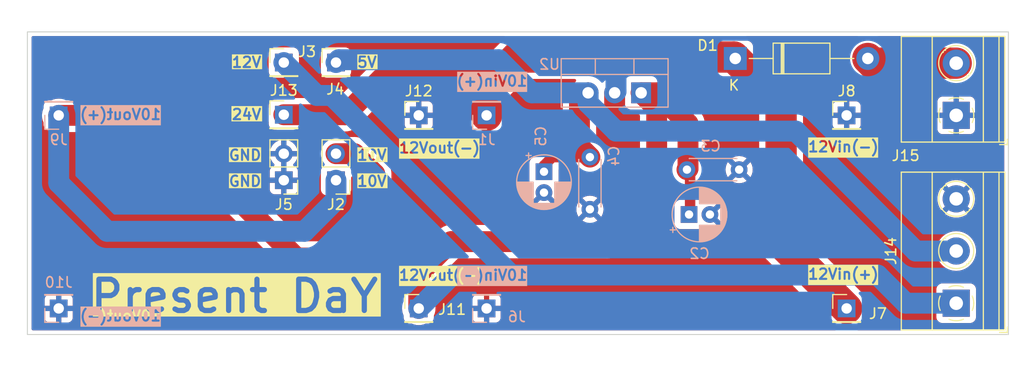
<source format=kicad_pcb>
(kicad_pcb (version 20221018) (generator pcbnew)
  (layers (0 "F.Cu" signal) (31 "B.Cu" signal) (34 "B.Paste" user) (35 "F.Paste" user) (36 "B.SilkS" user "B.Silkscreen") (37 "F.SilkS" user "F.Silkscreen") (38 "B.Mask" user) (39 "F.Mask" user) (44 "Edge.Cuts" user))
  (net 0 "")
  (net 1 "+12V")
  (net 2 "GND")
  (net 3 "+5V")
  (net 4 "+24V")
  (net 5 "/24Vin")
  (net 6 "+10V")
  (footprint "Connector_PinHeader_2.54mm:PinHeader_1x02_P2.54mm_Vertical" (layer "F.Cu") (at 45.57 41.215 180)
    (fp_text reference "J5" (at 0 -2.33) (layer "F.SilkS"))
    (fp_text value "GND_Conn_01x02")
    (fp_line (start -1.33 -1.33) (end 0 -1.33) (stroke (width 0.12)) (layer "F.SilkS"))
    (fp_line (start -1.33 0) (end -1.33 -1.33) (stroke (width 0.12)) (layer "F.SilkS"))
    (fp_line (start -1.33 1.27) (end -1.33 3.87) (stroke (width 0.12)) (layer "F.SilkS"))
    (fp_line (start -1.33 1.27) (end 1.33 1.27) (stroke (width 0.12)) (layer "F.SilkS"))
    (fp_line (start -1.33 3.87) (end 1.33 3.87) (stroke (width 0.12)) (layer "F.SilkS"))
    (fp_line (start 1.33 1.27) (end 1.33 3.87) (stroke (width 0.12)) (layer "F.SilkS"))
    (pad "1" thru_hole rect (at 0 0 180) (size 1.7 1.7) (drill 1) (layers "*.Cu" "*.Mask") (net 2 "GND"))
    (pad "2" thru_hole oval (at 0 2.54 180) (size 1.7 1.7) (drill 1) (layers "*.Cu" "*.Mask") (net 2 "GND"))
  )
  (footprint "Connector_PinHeader_2.54mm:PinHeader_1x01_P2.54mm_Vertical" (layer "F.Cu") (at 45.57 29.94)
    (fp_text reference "J3" (at 2.23 -1.04) (layer "F.SilkS"))
    (fp_text value "12Vin_Conn_01x01")
    (fp_line (start -1.33 -1.33) (end 0 -1.33) (stroke (width 0.12)) (layer "F.SilkS"))
    (fp_line (start -1.33 0) (end -1.33 -1.33) (stroke (width 0.12)) (layer "F.SilkS"))
    (fp_line (start -1.33 1.27) (end -1.33 1.33) (stroke (width 0.12)) (layer "F.SilkS"))
    (fp_line (start -1.33 1.27) (end 1.33 1.27) (stroke (width 0.12)) (layer "F.SilkS"))
    (fp_line (start -1.33 1.33) (end 1.33 1.33) (stroke (width 0.12)) (layer "F.SilkS"))
    (fp_line (start 1.33 1.27) (end 1.33 1.33) (stroke (width 0.12)) (layer "F.SilkS"))
    (pad "1" thru_hole rect (at 0 0) (size 1.7 1.7) (drill 1) (layers "*.Cu" "*.Mask") (net 1 "+12V"))
  )
  (footprint "TerminalBlock_Phoenix:TerminalBlock_Phoenix_MKDS-1,5-3_1x03_P5.00mm_Horizontal" (layer "F.Cu") (at 110 53 90)
    (fp_text reference "J14" (at 5 -6.26 90) (layer "F.SilkS"))
    (fp_text value "outputs_Screw_Terminal_01x03")
    (fp_line (start -2.8 4.16) (end -2.8 4.9) (stroke (width 0.12)) (layer "F.SilkS"))
    (fp_line (start -2.8 4.9) (end -2.3 4.9) (stroke (width 0.12)) (layer "F.SilkS"))
    (fp_line (start -2.56 -5.261) (end -2.56 4.66) (stroke (width 0.12)) (layer "F.SilkS"))
    (fp_line (start -2.56 -5.261) (end 12.56 -5.261) (stroke (width 0.12)) (layer "F.SilkS"))
    (fp_line (start -2.56 -2.301) (end 12.56 -2.301) (stroke (width 0.12)) (layer "F.SilkS"))
    (fp_line (start -2.56 2.6) (end 12.56 2.6) (stroke (width 0.12)) (layer "F.SilkS"))
    (fp_line (start -2.56 4.1) (end 12.56 4.1) (stroke (width 0.12)) (layer "F.SilkS"))
    (fp_line (start -2.56 4.66) (end 12.56 4.66) (stroke (width 0.12)) (layer "F.SilkS"))
    (fp_line (start 3.773 1.023) (end 3.726 1.069) (stroke (width 0.12)) (layer "F.SilkS"))
    (fp_line (start 3.966 1.239) (end 3.931 1.274) (stroke (width 0.12)) (layer "F.SilkS"))
    (fp_line (start 6.07 -1.275) (end 6.035 -1.239) (stroke (width 0.12)) (layer "F.SilkS"))
    (fp_line (start 6.275 -1.069) (end 6.228 -1.023) (stroke (width 0.12)) (layer "F.SilkS"))
    (fp_line (start 8.773 1.023) (end 8.726 1.069) (stroke (width 0.12)) (layer "F.SilkS"))
    (fp_line (start 8.966 1.239) (end 8.931 1.274) (stroke (width 0.12)) (layer "F.SilkS"))
    (fp_line (start 11.07 -1.275) (end 11.035 -1.239) (stroke (width 0.12)) (layer "F.SilkS"))
    (fp_line (start 11.275 -1.069) (end 11.228 -1.023) (stroke (width 0.12)) (layer "F.SilkS"))
    (fp_line (start 12.56 -5.261) (end 12.56 4.66) (stroke (width 0.12)) (layer "F.SilkS"))
    (fp_arc (start -1.535427 0.683042) (mid -1.680501 -0.000524) (end -1.535 -0.684) (stroke (width 0.12)) (layer "F.SilkS"))
    (fp_arc (start -0.683042 -1.535427) (mid 0.000524 -1.680501) (end 0.684 -1.535) (stroke (width 0.12)) (layer "F.SilkS"))
    (fp_arc (start 0.028805 1.680253) (mid -0.335551 1.646659) (end -0.684 1.535) (stroke (width 0.12)) (layer "F.SilkS"))
    (fp_arc (start 0.683318 1.534756) (mid 0.349292 1.643288) (end 0 1.68) (stroke (width 0.12)) (layer "F.SilkS"))
    (fp_arc (start 1.535427 -0.683042) (mid 1.680501 0.000524) (end 1.535 0.684) (stroke (width 0.12)) (layer "F.SilkS"))
    (fp_circle (center 5 0) (end 6.68 0) (stroke (width 0.12)) (fill none) (layer "F.SilkS"))
    (fp_circle (center 10 0) (end 11.68 0) (stroke (width 0.12)) (fill none) (layer "F.SilkS"))
    (pad "1" thru_hole rect (at 0 0 90) (size 2.6 2.6) (drill 1.3) (layers "*.Cu" "*.Mask") (net 1 "+12V"))
    (pad "2" thru_hole circle (at 5 0 90) (size 2.6 2.6) (drill 1.3) (layers "*.Cu" "*.Mask") (net 3 "+5V"))
    (pad "3" thru_hole circle (at 10 0 90) (size 2.6 2.6) (drill 1.3) (layers "*.Cu" "*.Mask") (net 2 "GND"))
  )
  (footprint "Diode_THT:D_DO-41_SOD81_P12.70mm_Horizontal" (layer "F.Cu") (at 88.83 29.55)
    (fp_text reference "D1" (at -2.66 -1.25) (layer "F.SilkS"))
    (fp_text value "1N5822")
    (fp_text user "K" (at -0.13 2.57) (layer "F.SilkS"))
    (fp_line (start 1.34 0) (end 3.63 0) (stroke (width 0.12)) (layer "F.SilkS"))
    (fp_line (start 3.63 -1.47) (end 3.63 1.47) (stroke (width 0.12)) (layer "F.SilkS"))
    (fp_line (start 3.63 1.47) (end 9.07 1.47) (stroke (width 0.12)) (layer "F.SilkS"))
    (fp_line (start 4.41 -1.47) (end 4.41 1.47) (stroke (width 0.12)) (layer "F.SilkS"))
    (fp_line (start 4.53 -1.47) (end 4.53 1.47) (stroke (width 0.12)) (layer "F.SilkS"))
    (fp_line (start 4.65 -1.47) (end 4.65 1.47) (stroke (width 0.12)) (layer "F.SilkS"))
    (fp_line (start 9.07 -1.47) (end 3.63 -1.47) (stroke (width 0.12)) (layer "F.SilkS"))
    (fp_line (start 9.07 1.47) (end 9.07 -1.47) (stroke (width 0.12)) (layer "F.SilkS"))
    (fp_line (start 11.36 0) (end 9.07 0) (stroke (width 0.12)) (layer "F.SilkS"))
    (pad "1" thru_hole rect (at 0 0) (size 2.2 2.2) (drill 1.1) (layers "*.Cu" "*.Mask") (net 4 "+24V"))
    (pad "2" thru_hole oval (at 12.7 0) (size 2.2 2.2) (drill 1.1) (layers "*.Cu" "*.Mask") (net 5 "/24Vin"))
  )
  (footprint "Connector_PinHeader_2.54mm:PinHeader_1x02_P2.54mm_Vertical" (layer "F.Cu") (at 50.57 41.215 180)
    (fp_text reference "J2" (at 0 -2.33) (layer "F.SilkS"))
    (fp_text value "10Vin_Conn_01x02")
    (fp_line (start -1.33 -1.33) (end 0 -1.33) (stroke (width 0.12)) (layer "F.SilkS"))
    (fp_line (start -1.33 0) (end -1.33 -1.33) (stroke (width 0.12)) (layer "F.SilkS"))
    (fp_line (start -1.33 1.27) (end -1.33 3.87) (stroke (width 0.12)) (layer "F.SilkS"))
    (fp_line (start -1.33 1.27) (end 1.33 1.27) (stroke (width 0.12)) (layer "F.SilkS"))
    (fp_line (start -1.33 3.87) (end 1.33 3.87) (stroke (width 0.12)) (layer "F.SilkS"))
    (fp_line (start 1.33 1.27) (end 1.33 3.87) (stroke (width 0.12)) (layer "F.SilkS"))
    (pad "1" thru_hole rect (at 0 0 180) (size 1.7 1.7) (drill 1) (layers "*.Cu" "*.Mask") (net 6 "+10V"))
    (pad "2" thru_hole oval (at 0 2.54 180) (size 1.7 1.7) (drill 1) (layers "*.Cu" "*.Mask") (net 6 "+10V"))
  )
  (footprint "Connector_PinHeader_2.54mm:PinHeader_1x01_P2.54mm_Vertical" (layer "F.Cu") (at 58.5 53.5)
    (fp_text reference "J11" (at 3.2 0.1) (layer "F.SilkS"))
    (fp_text value "(12V)OUTPUT+")
    (fp_line (start -1.33 -1.33) (end 0 -1.33) (stroke (width 0.12)) (layer "F.SilkS"))
    (fp_line (start -1.33 0) (end -1.33 -1.33) (stroke (width 0.12)) (layer "F.SilkS"))
    (fp_line (start -1.33 1.27) (end -1.33 1.33) (stroke (width 0.12)) (layer "F.SilkS"))
    (fp_line (start -1.33 1.27) (end 1.33 1.27) (stroke (width 0.12)) (layer "F.SilkS"))
    (fp_line (start -1.33 1.33) (end 1.33 1.33) (stroke (width 0.12)) (layer "F.SilkS"))
    (fp_line (start 1.33 1.27) (end 1.33 1.33) (stroke (width 0.12)) (layer "F.SilkS"))
    (pad "1" thru_hole rect (at 0 0) (size 1.7 1.7) (drill 1) (layers "*.Cu" "*.Mask") (net 1 "+12V"))
  )
  (footprint "Connector_PinHeader_2.54mm:PinHeader_1x01_P2.54mm_Vertical" (layer "F.Cu") (at 99.5 35)
    (fp_text reference "J8" (at 0 -2.33) (layer "F.SilkS"))
    (fp_text value "(12V)IN-")
    (fp_line (start -1.33 -1.33) (end 0 -1.33) (stroke (width 0.12)) (layer "F.SilkS"))
    (fp_line (start -1.33 0) (end -1.33 -1.33) (stroke (width 0.12)) (layer "F.SilkS"))
    (fp_line (start -1.33 1.27) (end -1.33 1.33) (stroke (width 0.12)) (layer "F.SilkS"))
    (fp_line (start -1.33 1.27) (end 1.33 1.27) (stroke (width 0.12)) (layer "F.SilkS"))
    (fp_line (start -1.33 1.33) (end 1.33 1.33) (stroke (width 0.12)) (layer "F.SilkS"))
    (fp_line (start 1.33 1.27) (end 1.33 1.33) (stroke (width 0.12)) (layer "F.SilkS"))
    (pad "1" thru_hole rect (at 0 0) (size 1.7 1.7) (drill 1) (layers "*.Cu" "*.Mask") (net 2 "GND"))
  )
  (footprint "Connector_PinHeader_2.54mm:PinHeader_1x01_P2.54mm_Vertical" (layer "F.Cu") (at 58.5 35)
    (fp_text reference "J12" (at 0 -2.33) (layer "F.SilkS"))
    (fp_text value "(12V)OUTPUT-")
    (fp_line (start -1.33 -1.33) (end 0 -1.33) (stroke (width 0.12)) (layer "F.SilkS"))
    (fp_line (start -1.33 0) (end -1.33 -1.33) (stroke (width 0.12)) (layer "F.SilkS"))
    (fp_line (start -1.33 1.27) (end -1.33 1.33) (stroke (width 0.12)) (layer "F.SilkS"))
    (fp_line (start -1.33 1.27) (end 1.33 1.27) (stroke (width 0.12)) (layer "F.SilkS"))
    (fp_line (start -1.33 1.33) (end 1.33 1.33) (stroke (width 0.12)) (layer "F.SilkS"))
    (fp_line (start 1.33 1.27) (end 1.33 1.33) (stroke (width 0.12)) (layer "F.SilkS"))
    (pad "1" thru_hole rect (at 0 0) (size 1.7 1.7) (drill 1) (layers "*.Cu" "*.Mask") (net 2 "GND"))
  )
  (footprint "Connector_PinHeader_2.54mm:PinHeader_1x01_P2.54mm_Vertical" (layer "F.Cu") (at 50.57 29.94)
    (fp_text reference "J4" (at -0.07 2.56) (layer "F.SilkS"))
    (fp_text value "5Vin_Conn_01x01")
    (fp_line (start -1.33 -1.33) (end 0 -1.33) (stroke (width 0.12)) (layer "F.SilkS"))
    (fp_line (start -1.33 0) (end -1.33 -1.33) (stroke (width 0.12)) (layer "F.SilkS"))
    (fp_line (start -1.33 1.27) (end -1.33 1.33) (stroke (width 0.12)) (layer "F.SilkS"))
    (fp_line (start -1.33 1.27) (end 1.33 1.27) (stroke (width 0.12)) (layer "F.SilkS"))
    (fp_line (start -1.33 1.33) (end 1.33 1.33) (stroke (width 0.12)) (layer "F.SilkS"))
    (fp_line (start 1.33 1.27) (end 1.33 1.33) (stroke (width 0.12)) (layer "F.SilkS"))
    (pad "1" thru_hole rect (at 0 0) (size 1.7 1.7) (drill 1) (layers "*.Cu" "*.Mask") (net 3 "+5V"))
  )
  (footprint "Connector_PinHeader_2.54mm:PinHeader_1x01_P2.54mm_Vertical" (layer "F.Cu") (at 45.57 34.94)
    (fp_text reference "J13" (at 0 -2.33) (layer "F.SilkS"))
    (fp_text value "24Vin_Conn_01x01")
    (fp_line (start -1.33 -1.33) (end 0 -1.33) (stroke (width 0.12)) (layer "F.SilkS"))
    (fp_line (start -1.33 0) (end -1.33 -1.33) (stroke (width 0.12)) (layer "F.SilkS"))
    (fp_line (start -1.33 1.27) (end -1.33 1.33) (stroke (width 0.12)) (layer "F.SilkS"))
    (fp_line (start -1.33 1.27) (end 1.33 1.27) (stroke (width 0.12)) (layer "F.SilkS"))
    (fp_line (start -1.33 1.33) (end 1.33 1.33) (stroke (width 0.12)) (layer "F.SilkS"))
    (fp_line (start 1.33 1.27) (end 1.33 1.33) (stroke (width 0.12)) (layer "F.SilkS"))
    (pad "1" thru_hole rect (at 0 0) (size 1.7 1.7) (drill 1) (layers "*.Cu" "*.Mask") (net 4 "+24V"))
  )
  (footprint "TerminalBlock_Phoenix:TerminalBlock_Phoenix_MKDS-1,5-2_1x02_P5.00mm_Horizontal" (layer "F.Cu") (at 110 35 90)
    (fp_text reference "J15" (at -3.862 -4.844 180) (layer "F.SilkS"))
    (fp_text value "Screw_Terminal_01x02")
    (fp_line (start -2.8 4.16) (end -2.8 4.9) (stroke (width 0.12)) (layer "F.SilkS"))
    (fp_line (start -2.8 4.9) (end -2.3 4.9) (stroke (width 0.12)) (layer "F.SilkS"))
    (fp_line (start -2.56 -5.261) (end -2.56 4.66) (stroke (width 0.12)) (layer "F.SilkS"))
    (fp_line (start -2.56 -5.261) (end 7.56 -5.261) (stroke (width 0.12)) (layer "F.SilkS"))
    (fp_line (start -2.56 -2.301) (end 7.56 -2.301) (stroke (width 0.12)) (layer "F.SilkS"))
    (fp_line (start -2.56 2.6) (end 7.56 2.6) (stroke (width 0.12)) (layer "F.SilkS"))
    (fp_line (start -2.56 4.1) (end 7.56 4.1) (stroke (width 0.12)) (layer "F.SilkS"))
    (fp_line (start -2.56 4.66) (end 7.56 4.66) (stroke (width 0.12)) (layer "F.SilkS"))
    (fp_line (start 3.773 1.023) (end 3.726 1.069) (stroke (width 0.12)) (layer "F.SilkS"))
    (fp_line (start 3.966 1.239) (end 3.931 1.274) (stroke (width 0.12)) (layer "F.SilkS"))
    (fp_line (start 6.07 -1.275) (end 6.035 -1.239) (stroke (width 0.12)) (layer "F.SilkS"))
    (fp_line (start 6.275 -1.069) (end 6.228 -1.023) (stroke (width 0.12)) (layer "F.SilkS"))
    (fp_line (start 7.56 -5.261) (end 7.56 4.66) (stroke (width 0.12)) (layer "F.SilkS"))
    (fp_arc (start -1.535427 0.683042) (mid -1.680501 -0.000524) (end -1.535 -0.684) (stroke (width 0.12)) (layer "F.SilkS"))
    (fp_arc (start -0.683042 -1.535427) (mid 0.000524 -1.680501) (end 0.684 -1.535) (stroke (width 0.12)) (layer "F.SilkS"))
    (fp_arc (start 0.028805 1.680253) (mid -0.335551 1.646659) (end -0.684 1.535) (stroke (width 0.12)) (layer "F.SilkS"))
    (fp_arc (start 0.683318 1.534756) (mid 0.349292 1.643288) (end 0 1.68) (stroke (width 0.12)) (layer "F.SilkS"))
    (fp_arc (start 1.535427 -0.683042) (mid 1.680501 0.000524) (end 1.535 0.684) (stroke (width 0.12)) (layer "F.SilkS"))
    (fp_circle (center 5 0) (end 6.68 0) (stroke (width 0.12)) (fill none) (layer "F.SilkS"))
    (pad "1" thru_hole rect (at 0 0 90) (size 2.6 2.6) (drill 1.3) (layers "*.Cu" "*.Mask") (net 2 "GND"))
    (pad "2" thru_hole circle (at 5 0 90) (size 2.6 2.6) (drill 1.3) (layers "*.Cu" "*.Mask") (net 5 "/24Vin"))
  )
  (footprint "Connector_PinHeader_2.54mm:PinHeader_1x01_P2.54mm_Vertical" (layer "F.Cu") (at 99.5 53.5)
    (fp_text reference "J7" (at 3 0.5) (layer "F.SilkS"))
    (fp_text value "(12V)IN+")
    (fp_line (start -1.33 -1.33) (end 0 -1.33) (stroke (width 0.12)) (layer "F.SilkS"))
    (fp_line (start -1.33 0) (end -1.33 -1.33) (stroke (width 0.12)) (layer "F.SilkS"))
    (fp_line (start -1.33 1.27) (end -1.33 1.33) (stroke (width 0.12)) (layer "F.SilkS"))
    (fp_line (start -1.33 1.27) (end 1.33 1.27) (stroke (width 0.12)) (layer "F.SilkS"))
    (fp_line (start -1.33 1.33) (end 1.33 1.33) (stroke (width 0.12)) (layer "F.SilkS"))
    (fp_line (start 1.33 1.27) (end 1.33 1.33) (stroke (width 0.12)) (layer "F.SilkS"))
    (pad "1" thru_hole rect (at 0 0) (size 1.7 1.7) (drill 1) (layers "*.Cu" "*.Mask") (net 4 "+24V"))
  )
  (footprint "Capacitor_THT:C_Disc_D4.3mm_W1.9mm_P5.00mm" (layer "B.Cu") (at 74.9 39 -90)
    (fp_text reference "C4" (at -0.11 -2.3 90) (layer "B.SilkS") (effects (justify mirror)))
    (fp_text value "100nF")
    (fp_line (start 0.23 -1.07) (end 4.77 -1.07) (stroke (width 0.12)) (layer "B.SilkS"))
    (fp_line (start 0.23 -1.055) (end 0.23 -1.07) (stroke (width 0.12)) (layer "B.SilkS"))
    (fp_line (start 0.23 1.07) (end 0.23 1.055) (stroke (width 0.12)) (layer "B.SilkS"))
    (fp_line (start 0.23 1.07) (end 4.77 1.07) (stroke (width 0.12)) (layer "B.SilkS"))
    (fp_line (start 4.77 -1.055) (end 4.77 -1.07) (stroke (width 0.12)) (layer "B.SilkS"))
    (fp_line (start 4.77 1.07) (end 4.77 1.055) (stroke (width 0.12)) (layer "B.SilkS"))
    (pad "1" thru_hole circle (at 0 0 270) (size 1.6 1.6) (drill 0.8) (layers "*.Cu" "*.Mask") (net 3 "+5V"))
    (pad "2" thru_hole circle (at 5 0 270) (size 1.6 1.6) (drill 0.8) (layers "*.Cu" "*.Mask") (net 2 "GND"))
  )
  (footprint "Capacitor_THT:C_Disc_D4.3mm_W1.9mm_P5.00mm" (layer "B.Cu") (at 84.2 40.2)
    (fp_text reference "C3" (at 2.27 -2.25) (layer "B.SilkS") (effects (justify mirror)))
    (fp_text value "100nF")
    (fp_line (start 0.23 -1.07) (end 4.77 -1.07) (stroke (width 0.12)) (layer "B.SilkS"))
    (fp_line (start 0.23 -1.055) (end 0.23 -1.07) (stroke (width 0.12)) (layer "B.SilkS"))
    (fp_line (start 0.23 1.07) (end 0.23 1.055) (stroke (width 0.12)) (layer "B.SilkS"))
    (fp_line (start 0.23 1.07) (end 4.77 1.07) (stroke (width 0.12)) (layer "B.SilkS"))
    (fp_line (start 4.77 -1.055) (end 4.77 -1.07) (stroke (width 0.12)) (layer "B.SilkS"))
    (fp_line (start 4.77 1.07) (end 4.77 1.055) (stroke (width 0.12)) (layer "B.SilkS"))
    (pad "1" thru_hole circle (at 0 0) (size 1.6 1.6) (drill 0.8) (layers "*.Cu" "*.Mask") (net 1 "+12V"))
    (pad "2" thru_hole circle (at 5 0) (size 1.6 1.6) (drill 0.8) (layers "*.Cu" "*.Mask") (net 2 "GND"))
  )
  (footprint "Connector_PinHeader_2.54mm:PinHeader_1x01_P2.54mm_Vertical" (layer "B.Cu") (at 24 53.5)
    (fp_text reference "J10" (at 0 -2.5) (layer "B.SilkS") (effects (justify mirror)))
    (fp_text value "(10V)OUTPUT-")
    (fp_line (start -1.33 -1.33) (end 1.33 -1.33) (stroke (width 0.12)) (layer "B.SilkS"))
    (fp_line (start -1.33 -1.27) (end -1.33 -1.33) (stroke (width 0.12)) (layer "B.SilkS"))
    (fp_line (start -1.33 -1.27) (end 1.33 -1.27) (stroke (width 0.12)) (layer "B.SilkS"))
    (fp_line (start -1.33 0) (end -1.33 1.33) (stroke (width 0.12)) (layer "B.SilkS"))
    (fp_line (start -1.33 1.33) (end 0 1.33) (stroke (width 0.12)) (layer "B.SilkS"))
    (fp_line (start 1.33 -1.27) (end 1.33 -1.33) (stroke (width 0.12)) (layer "B.SilkS"))
    (pad "1" thru_hole rect (at 0 0) (size 1.7 1.7) (drill 1) (layers "*.Cu" "*.Mask") (net 2 "GND"))
  )
  (footprint "Connector_PinHeader_2.54mm:PinHeader_1x01_P2.54mm_Vertical" (layer "B.Cu") (at 24 35)
    (fp_text reference "J9" (at 0 2.33) (layer "B.SilkS") (effects (justify mirror)))
    (fp_text value "(10V)OUTPUT+")
    (fp_line (start -1.33 -1.33) (end 1.33 -1.33) (stroke (width 0.12)) (layer "B.SilkS"))
    (fp_line (start -1.33 -1.27) (end -1.33 -1.33) (stroke (width 0.12)) (layer "B.SilkS"))
    (fp_line (start -1.33 -1.27) (end 1.33 -1.27) (stroke (width 0.12)) (layer "B.SilkS"))
    (fp_line (start -1.33 0) (end -1.33 1.33) (stroke (width 0.12)) (layer "B.SilkS"))
    (fp_line (start -1.33 1.33) (end 0 1.33) (stroke (width 0.12)) (layer "B.SilkS"))
    (fp_line (start 1.33 -1.27) (end 1.33 -1.33) (stroke (width 0.12)) (layer "B.SilkS"))
    (pad "1" thru_hole rect (at 0 0) (size 1.7 1.7) (drill 1) (layers "*.Cu" "*.Mask") (net 6 "+10V"))
  )
  (footprint "Connector_PinHeader_2.54mm:PinHeader_1x01_P2.54mm_Vertical" (layer "B.Cu") (at 65 53.5)
    (fp_text reference "J6" (at 2.9 0.8) (layer "B.SilkS") (effects (justify mirror)))
    (fp_text value "(10V)IN-")
    (fp_line (start -1.33 -1.33) (end 1.33 -1.33) (stroke (width 0.12)) (layer "B.SilkS"))
    (fp_line (start -1.33 -1.27) (end -1.33 -1.33) (stroke (width 0.12)) (layer "B.SilkS"))
    (fp_line (start -1.33 -1.27) (end 1.33 -1.27) (stroke (width 0.12)) (layer "B.SilkS"))
    (fp_line (start -1.33 0) (end -1.33 1.33) (stroke (width 0.12)) (layer "B.SilkS"))
    (fp_line (start -1.33 1.33) (end 0 1.33) (stroke (width 0.12)) (layer "B.SilkS"))
    (fp_line (start 1.33 -1.27) (end 1.33 -1.33) (stroke (width 0.12)) (layer "B.SilkS"))
    (pad "1" thru_hole rect (at 0 0) (size 1.7 1.7) (drill 1) (layers "*.Cu" "*.Mask") (net 2 "GND"))
  )
  (footprint "Capacitor_THT:CP_Radial_D5.0mm_P2.00mm" (layer "B.Cu") (at 84.4 44.5)
    (fp_text reference "C2" (at 1 3.75) (layer "B.SilkS") (effects (justify mirror)))
    (fp_text value "1uF")
    (fp_line (start -1.804775 1.475) (end -1.304775 1.475) (stroke (width 0.12)) (layer "B.SilkS"))
    (fp_line (start -1.554775 1.725) (end -1.554775 1.225) (stroke (width 0.12)) (layer "B.SilkS"))
    (fp_line (start 1 -1.04) (end 1 -2.58) (stroke (width 0.12)) (layer "B.SilkS"))
    (fp_line (start 1 2.58) (end 1 1.04) (stroke (width 0.12)) (layer "B.SilkS"))
    (fp_line (start 1.04 -1.04) (end 1.04 -2.58) (stroke (width 0.12)) (layer "B.SilkS"))
    (fp_line (start 1.04 2.58) (end 1.04 1.04) (stroke (width 0.12)) (layer "B.SilkS"))
    (fp_line (start 1.08 -1.04) (end 1.08 -2.579) (stroke (width 0.12)) (layer "B.SilkS"))
    (fp_line (start 1.08 2.579) (end 1.08 1.04) (stroke (width 0.12)) (layer "B.SilkS"))
    (fp_line (start 1.12 -1.04) (end 1.12 -2.578) (stroke (width 0.12)) (layer "B.SilkS"))
    (fp_line (start 1.12 2.578) (end 1.12 1.04) (stroke (width 0.12)) (layer "B.SilkS"))
    (fp_line (start 1.16 -1.04) (end 1.16 -2.576) (stroke (width 0.12)) (layer "B.SilkS"))
    (fp_line (start 1.16 2.576) (end 1.16 1.04) (stroke (width 0.12)) (layer "B.SilkS"))
    (fp_line (start 1.2 -1.04) (end 1.2 -2.573) (stroke (width 0.12)) (layer "B.SilkS"))
    (fp_line (start 1.2 2.573) (end 1.2 1.04) (stroke (width 0.12)) (layer "B.SilkS"))
    (fp_line (start 1.24 -1.04) (end 1.24 -2.569) (stroke (width 0.12)) (layer "B.SilkS"))
    (fp_line (start 1.24 2.569) (end 1.24 1.04) (stroke (width 0.12)) (layer "B.SilkS"))
    (fp_line (start 1.28 -1.04) (end 1.28 -2.565) (stroke (width 0.12)) (layer "B.SilkS"))
    (fp_line (start 1.28 2.565) (end 1.28 1.04) (stroke (width 0.12)) (layer "B.SilkS"))
    (fp_line (start 1.32 -1.04) (end 1.32 -2.561) (stroke (width 0.12)) (layer "B.SilkS"))
    (fp_line (start 1.32 2.561) (end 1.32 1.04) (stroke (width 0.12)) (layer "B.SilkS"))
    (fp_line (start 1.36 -1.04) (end 1.36 -2.556) (stroke (width 0.12)) (layer "B.SilkS"))
    (fp_line (start 1.36 2.556) (end 1.36 1.04) (stroke (width 0.12)) (layer "B.SilkS"))
    (fp_line (start 1.4 -1.04) (end 1.4 -2.55) (stroke (width 0.12)) (layer "B.SilkS"))
    (fp_line (start 1.4 2.55) (end 1.4 1.04) (stroke (width 0.12)) (layer "B.SilkS"))
    (fp_line (start 1.44 -1.04) (end 1.44 -2.543) (stroke (width 0.12)) (layer "B.SilkS"))
    (fp_line (start 1.44 2.543) (end 1.44 1.04) (stroke (width 0.12)) (layer "B.SilkS"))
    (fp_line (start 1.48 -1.04) (end 1.48 -2.536) (stroke (width 0.12)) (layer "B.SilkS"))
    (fp_line (start 1.48 2.536) (end 1.48 1.04) (stroke (width 0.12)) (layer "B.SilkS"))
    (fp_line (start 1.52 -1.04) (end 1.52 -2.528) (stroke (width 0.12)) (layer "B.SilkS"))
    (fp_line (start 1.52 2.528) (end 1.52 1.04) (stroke (width 0.12)) (layer "B.SilkS"))
    (fp_line (start 1.56 -1.04) (end 1.56 -2.52) (stroke (width 0.12)) (layer "B.SilkS"))
    (fp_line (start 1.56 2.52) (end 1.56 1.04) (stroke (width 0.12)) (layer "B.SilkS"))
    (fp_line (start 1.6 -1.04) (end 1.6 -2.511) (stroke (width 0.12)) (layer "B.SilkS"))
    (fp_line (start 1.6 2.511) (end 1.6 1.04) (stroke (width 0.12)) (layer "B.SilkS"))
    (fp_line (start 1.64 -1.04) (end 1.64 -2.501) (stroke (width 0.12)) (layer "B.SilkS"))
    (fp_line (start 1.64 2.501) (end 1.64 1.04) (stroke (width 0.12)) (layer "B.SilkS"))
    (fp_line (start 1.68 -1.04) (end 1.68 -2.491) (stroke (width 0.12)) (layer "B.SilkS"))
    (fp_line (start 1.68 2.491) (end 1.68 1.04) (stroke (width 0.12)) (layer "B.SilkS"))
    (fp_line (start 1.721 -1.04) (end 1.721 -2.48) (stroke (width 0.12)) (layer "B.SilkS"))
    (fp_line (start 1.721 2.48) (end 1.721 1.04) (stroke (width 0.12)) (layer "B.SilkS"))
    (fp_line (start 1.761 -1.04) (end 1.761 -2.468) (stroke (width 0.12)) (layer "B.SilkS"))
    (fp_line (start 1.761 2.468) (end 1.761 1.04) (stroke (width 0.12)) (layer "B.SilkS"))
    (fp_line (start 1.801 -1.04) (end 1.801 -2.455) (stroke (width 0.12)) (layer "B.SilkS"))
    (fp_line (start 1.801 2.455) (end 1.801 1.04) (stroke (width 0.12)) (layer "B.SilkS"))
    (fp_line (start 1.841 -1.04) (end 1.841 -2.442) (stroke (width 0.12)) (layer "B.SilkS"))
    (fp_line (start 1.841 2.442) (end 1.841 1.04) (stroke (width 0.12)) (layer "B.SilkS"))
    (fp_line (start 1.881 -1.04) (end 1.881 -2.428) (stroke (width 0.12)) (layer "B.SilkS"))
    (fp_line (start 1.881 2.428) (end 1.881 1.04) (stroke (width 0.12)) (layer "B.SilkS"))
    (fp_line (start 1.921 -1.04) (end 1.921 -2.414) (stroke (width 0.12)) (layer "B.SilkS"))
    (fp_line (start 1.921 2.414) (end 1.921 1.04) (stroke (width 0.12)) (layer "B.SilkS"))
    (fp_line (start 1.961 -1.04) (end 1.961 -2.398) (stroke (width 0.12)) (layer "B.SilkS"))
    (fp_line (start 1.961 2.398) (end 1.961 1.04) (stroke (width 0.12)) (layer "B.SilkS"))
    (fp_line (start 2.001 -1.04) (end 2.001 -2.382) (stroke (width 0.12)) (layer "B.SilkS"))
    (fp_line (start 2.001 2.382) (end 2.001 1.04) (stroke (width 0.12)) (layer "B.SilkS"))
    (fp_line (start 2.041 -1.04) (end 2.041 -2.365) (stroke (width 0.12)) (layer "B.SilkS"))
    (fp_line (start 2.041 2.365) (end 2.041 1.04) (stroke (width 0.12)) (layer "B.SilkS"))
    (fp_line (start 2.081 -1.04) (end 2.081 -2.348) (stroke (width 0.12)) (layer "B.SilkS"))
    (fp_line (start 2.081 2.348) (end 2.081 1.04) (stroke (width 0.12)) (layer "B.SilkS"))
    (fp_line (start 2.121 -1.04) (end 2.121 -2.329) (stroke (width 0.12)) (layer "B.SilkS"))
    (fp_line (start 2.121 2.329) (end 2.121 1.04) (stroke (width 0.12)) (layer "B.SilkS"))
    (fp_line (start 2.161 -1.04) (end 2.161 -2.31) (stroke (width 0.12)) (layer "B.SilkS"))
    (fp_line (start 2.161 2.31) (end 2.161 1.04) (stroke (width 0.12)) (layer "B.SilkS"))
    (fp_line (start 2.201 -1.04) (end 2.201 -2.29) (stroke (width 0.12)) (layer "B.SilkS"))
    (fp_line (start 2.201 2.29) (end 2.201 1.04) (stroke (width 0.12)) (layer "B.SilkS"))
    (fp_line (start 2.241 -1.04) (end 2.241 -2.268) (stroke (width 0.12)) (layer "B.SilkS"))
    (fp_line (start 2.241 2.268) (end 2.241 1.04) (stroke (width 0.12)) (layer "B.SilkS"))
    (fp_line (start 2.281 -1.04) (end 2.281 -2.247) (stroke (width 0.12)) (layer "B.SilkS"))
    (fp_line (start 2.281 2.247) (end 2.281 1.04) (stroke (width 0.12)) (layer "B.SilkS"))
    (fp_line (start 2.321 -1.04) (end 2.321 -2.224) (stroke (width 0.12)) (layer "B.SilkS"))
    (fp_line (start 2.321 2.224) (end 2.321 1.04) (stroke (width 0.12)) (layer "B.SilkS"))
    (fp_line (start 2.361 -1.04) (end 2.361 -2.2) (stroke (width 0.12)) (layer "B.SilkS"))
    (fp_line (start 2.361 2.2) (end 2.361 1.04) (stroke (width 0.12)) (layer "B.SilkS"))
    (fp_line (start 2.401 -1.04) (end 2.401 -2.175) (stroke (width 0.12)) (layer "B.SilkS"))
    (fp_line (start 2.401 2.175) (end 2.401 1.04) (stroke (width 0.12)) (layer "B.SilkS"))
    (fp_line (start 2.441 -1.04) (end 2.441 -2.149) (stroke (width 0.12)) (layer "B.SilkS"))
    (fp_line (start 2.441 2.149) (end 2.441 1.04) (stroke (width 0.12)) (layer "B.SilkS"))
    (fp_line (start 2.481 -1.04) (end 2.481 -2.122) (stroke (width 0.12)) (layer "B.SilkS"))
    (fp_line (start 2.481 2.122) (end 2.481 1.04) (stroke (width 0.12)) (layer "B.SilkS"))
    (fp_line (start 2.521 -1.04) (end 2.521 -2.095) (stroke (width 0.12)) (layer "B.SilkS"))
    (fp_line (start 2.521 2.095) (end 2.521 1.04) (stroke (width 0.12)) (layer "B.SilkS"))
    (fp_line (start 2.561 -1.04) (end 2.561 -2.065) (stroke (width 0.12)) (layer "B.SilkS"))
    (fp_line (start 2.561 2.065) (end 2.561 1.04) (stroke (width 0.12)) (layer "B.SilkS"))
    (fp_line (start 2.601 -1.04) (end 2.601 -2.035) (stroke (width 0.12)) (layer "B.SilkS"))
    (fp_line (start 2.601 2.035) (end 2.601 1.04) (stroke (width 0.12)) (layer "B.SilkS"))
    (fp_line (start 2.641 -1.04) (end 2.641 -2.004) (stroke (width 0.12)) (layer "B.SilkS"))
    (fp_line (start 2.641 2.004) (end 2.641 1.04) (stroke (width 0.12)) (layer "B.SilkS"))
    (fp_line (start 2.681 -1.04) (end 2.681 -1.971) (stroke (width 0.12)) (layer "B.SilkS"))
    (fp_line (start 2.681 1.971) (end 2.681 1.04) (stroke (width 0.12)) (layer "B.SilkS"))
    (fp_line (start 2.721 -1.04) (end 2.721 -1.937) (stroke (width 0.12)) (layer "B.SilkS"))
    (fp_line (start 2.721 1.937) (end 2.721 1.04) (stroke (width 0.12)) (layer "B.SilkS"))
    (fp_line (start 2.761 -1.04) (end 2.761 -1.901) (stroke (width 0.12)) (layer "B.SilkS"))
    (fp_line (start 2.761 1.901) (end 2.761 1.04) (stroke (width 0.12)) (layer "B.SilkS"))
    (fp_line (start 2.801 -1.04) (end 2.801 -1.864) (stroke (width 0.12)) (layer "B.SilkS"))
    (fp_line (start 2.801 1.864) (end 2.801 1.04) (stroke (width 0.12)) (layer "B.SilkS"))
    (fp_line (start 2.841 -1.04) (end 2.841 -1.826) (stroke (width 0.12)) (layer "B.SilkS"))
    (fp_line (start 2.841 1.826) (end 2.841 1.04) (stroke (width 0.12)) (layer "B.SilkS"))
    (fp_line (start 2.881 -1.04) (end 2.881 -1.785) (stroke (width 0.12)) (layer "B.SilkS"))
    (fp_line (start 2.881 1.785) (end 2.881 1.04) (stroke (width 0.12)) (layer "B.SilkS"))
    (fp_line (start 2.921 -1.04) (end 2.921 -1.743) (stroke (width 0.12)) (layer "B.SilkS"))
    (fp_line (start 2.921 1.743) (end 2.921 1.04) (stroke (width 0.12)) (layer "B.SilkS"))
    (fp_line (start 2.961 -1.04) (end 2.961 -1.699) (stroke (width 0.12)) (layer "B.SilkS"))
    (fp_line (start 2.961 1.699) (end 2.961 1.04) (stroke (width 0.12)) (layer "B.SilkS"))
    (fp_line (start 3.001 -1.04) (end 3.001 -1.653) (stroke (width 0.12)) (layer "B.SilkS"))
    (fp_line (start 3.001 1.653) (end 3.001 1.04) (stroke (width 0.12)) (layer "B.SilkS"))
    (fp_line (start 3.041 1.605) (end 3.041 -1.605) (stroke (width 0.12)) (layer "B.SilkS"))
    (fp_line (start 3.081 1.554) (end 3.081 -1.554) (stroke (width 0.12)) (layer "B.SilkS"))
    (fp_line (start 3.121 1.5) (end 3.121 -1.5) (stroke (width 0.12)) (layer "B.SilkS"))
    (fp_line (start 3.161 1.443) (end 3.161 -1.443) (stroke (width 0.12)) (layer "B.SilkS"))
    (fp_line (start 3.201 1.383) (end 3.201 -1.383) (stroke (width 0.12)) (layer "B.SilkS"))
    (fp_line (start 3.241 1.319) (end 3.241 -1.319) (stroke (width 0.12)) (layer "B.SilkS"))
    (fp_line (start 3.281 1.251) (end 3.281 -1.251) (stroke (width 0.12)) (layer "B.SilkS"))
    (fp_line (start 3.321 1.178) (end 3.321 -1.178) (stroke (width 0.12)) (layer "B.SilkS"))
    (fp_line (start 3.361 1.098) (end 3.361 -1.098) (stroke (width 0.12)) (layer "B.SilkS"))
    (fp_line (start 3.401 1.011) (end 3.401 -1.011) (stroke (width 0.12)) (layer "B.SilkS"))
    (fp_line (start 3.441 0.915) (end 3.441 -0.915) (stroke (width 0.12)) (layer "B.SilkS"))
    (fp_line (start 3.481 0.805) (end 3.481 -0.805) (stroke (width 0.12)) (layer "B.SilkS"))
    (fp_line (start 3.521 0.677) (end 3.521 -0.677) (stroke (width 0.12)) (layer "B.SilkS"))
    (fp_line (start 3.561 0.518) (end 3.561 -0.518) (stroke (width 0.12)) (layer "B.SilkS"))
    (fp_line (start 3.601 0.284) (end 3.601 -0.284) (stroke (width 0.12)) (layer "B.SilkS"))
    (fp_circle (center 1 0) (end 3.62 0) (stroke (width 0.12)) (fill none) (layer "B.SilkS"))
    (pad "1" thru_hole rect (at 0 0) (size 1.6 1.6) (drill 0.8) (layers "*.Cu" "*.Mask") (net 1 "+12V"))
    (pad "2" thru_hole circle (at 2 0) (size 1.6 1.6) (drill 0.8) (layers "*.Cu" "*.Mask") (net 2 "GND"))
  )
  (footprint "Package_TO_SOT_THT:TO-220-3_Vertical" (layer "B.Cu") (at 79.81 32.84 180)
    (fp_text reference "U2" (at 8.78 2.73) (layer "B.SilkS") (effects (justify mirror)))
    (fp_text value "LM7805_TO220")
    (fp_line (start -2.58 -1.371) (end 7.66 -1.371) (stroke (width 0.12)) (layer "B.SilkS"))
    (fp_line (start -2.58 1.76) (end 7.66 1.76) (stroke (width 0.12)) (layer "B.SilkS"))
    (fp_line (start -2.58 3.27) (end -2.58 -1.371) (stroke (width 0.12)) (layer "B.SilkS"))
    (fp_line (start -2.58 3.27) (end 7.66 3.27) (stroke (width 0.12)) (layer "B.SilkS"))
    (fp_line (start 0.69 3.27) (end 0.69 1.76) (stroke (width 0.12)) (layer "B.SilkS"))
    (fp_line (start 4.391 3.27) (end 4.391 1.76) (stroke (width 0.12)) (layer "B.SilkS"))
    (fp_line (start 7.66 3.27) (end 7.66 -1.371) (stroke (width 0.12)) (layer "B.SilkS"))
    (pad "1" thru_hole rect (at 0 0 180) (size 1.905 2) (drill 1.1) (layers "*.Cu" "*.Mask") (net 1 "+12V"))
    (pad "2" thru_hole oval (at 2.54 0 180) (size 1.905 2) (drill 1.1) (layers "*.Cu" "*.Mask") (net 2 "GND"))
    (pad "3" thru_hole oval (at 5.08 0 180) (size 1.905 2) (drill 1.1) (layers "*.Cu" "*.Mask") (net 3 "+5V"))
  )
  (footprint "Connector_PinHeader_2.54mm:PinHeader_1x01_P2.54mm_Vertical" (layer "B.Cu") (at 65 35)
    (fp_text reference "J1" (at 0 2.33) (layer "B.SilkS") (effects (justify mirror)))
    (fp_text value "(10V)IN+")
    (fp_line (start -1.33 -1.33) (end 1.33 -1.33) (stroke (width 0.12)) (layer "B.SilkS"))
    (fp_line (start -1.33 -1.27) (end -1.33 -1.33) (stroke (width 0.12)) (layer "B.SilkS"))
    (fp_line (start -1.33 -1.27) (end 1.33 -1.27) (stroke (width 0.12)) (layer "B.SilkS"))
    (fp_line (start -1.33 0) (end -1.33 1.33) (stroke (width 0.12)) (layer "B.SilkS"))
    (fp_line (start -1.33 1.33) (end 0 1.33) (stroke (width 0.12)) (layer "B.SilkS"))
    (fp_line (start 1.33 -1.27) (end 1.33 -1.33) (stroke (width 0.12)) (layer "B.SilkS"))
    (pad "1" thru_hole rect (at 0 0) (size 1.7 1.7) (drill 1) (layers "*.Cu" "*.Mask") (net 4 "+24V"))
  )
  (footprint "Capacitor_THT:CP_Radial_D5.0mm_P2.00mm" (layer "B.Cu") (at 70.5 40.4 -90)
    (fp_text reference "C5" (at -3.4 0.3 90) (layer "B.SilkS") (effects (justify mirror)))
    (fp_text value "1uF")
    (fp_line (start -1.804775 1.475) (end -1.304775 1.475) (stroke (width 0.12)) (layer "B.SilkS"))
    (fp_line (start -1.554775 1.725) (end -1.554775 1.225) (stroke (width 0.12)) (layer "B.SilkS"))
    (fp_line (start 1 -1.04) (end 1 -2.58) (stroke (width 0.12)) (layer "B.SilkS"))
    (fp_line (start 1 2.58) (end 1 1.04) (stroke (width 0.12)) (layer "B.SilkS"))
    (fp_line (start 1.04 -1.04) (end 1.04 -2.58) (stroke (width 0.12)) (layer "B.SilkS"))
    (fp_line (start 1.04 2.58) (end 1.04 1.04) (stroke (width 0.12)) (layer "B.SilkS"))
    (fp_line (start 1.08 -1.04) (end 1.08 -2.579) (stroke (width 0.12)) (layer "B.SilkS"))
    (fp_line (start 1.08 2.579) (end 1.08 1.04) (stroke (width 0.12)) (layer "B.SilkS"))
    (fp_line (start 1.12 -1.04) (end 1.12 -2.578) (stroke (width 0.12)) (layer "B.SilkS"))
    (fp_line (start 1.12 2.578) (end 1.12 1.04) (stroke (width 0.12)) (layer "B.SilkS"))
    (fp_line (start 1.16 -1.04) (end 1.16 -2.576) (stroke (width 0.12)) (layer "B.SilkS"))
    (fp_line (start 1.16 2.576) (end 1.16 1.04) (stroke (width 0.12)) (layer "B.SilkS"))
    (fp_line (start 1.2 -1.04) (end 1.2 -2.573) (stroke (width 0.12)) (layer "B.SilkS"))
    (fp_line (start 1.2 2.573) (end 1.2 1.04) (stroke (width 0.12)) (layer "B.SilkS"))
    (fp_line (start 1.24 -1.04) (end 1.24 -2.569) (stroke (width 0.12)) (layer "B.SilkS"))
    (fp_line (start 1.24 2.569) (end 1.24 1.04) (stroke (width 0.12)) (layer "B.SilkS"))
    (fp_line (start 1.28 -1.04) (end 1.28 -2.565) (stroke (width 0.12)) (layer "B.SilkS"))
    (fp_line (start 1.28 2.565) (end 1.28 1.04) (stroke (width 0.12)) (layer "B.SilkS"))
    (fp_line (start 1.32 -1.04) (end 1.32 -2.561) (stroke (width 0.12)) (layer "B.SilkS"))
    (fp_line (start 1.32 2.561) (end 1.32 1.04) (stroke (width 0.12)) (layer "B.SilkS"))
    (fp_line (start 1.36 -1.04) (end 1.36 -2.556) (stroke (width 0.12)) (layer "B.SilkS"))
    (fp_line (start 1.36 2.556) (end 1.36 1.04) (stroke (width 0.12)) (layer "B.SilkS"))
    (fp_line (start 1.4 -1.04) (end 1.4 -2.55) (stroke (width 0.12)) (layer "B.SilkS"))
    (fp_line (start 1.4 2.55) (end 1.4 1.04) (stroke (width 0.12)) (layer "B.SilkS"))
    (fp_line (start 1.44 -1.04) (end 1.44 -2.543) (stroke (width 0.12)) (layer "B.SilkS"))
    (fp_line (start 1.44 2.543) (end 1.44 1.04) (stroke (width 0.12)) (layer "B.SilkS"))
    (fp_line (start 1.48 -1.04) (end 1.48 -2.536) (stroke (width 0.12)) (layer "B.SilkS"))
    (fp_line (start 1.48 2.536) (end 1.48 1.04) (stroke (width 0.12)) (layer "B.SilkS"))
    (fp_line (start 1.52 -1.04) (end 1.52 -2.528) (stroke (width 0.12)) (layer "B.SilkS"))
    (fp_line (start 1.52 2.528) (end 1.52 1.04) (stroke (width 0.12)) (layer "B.SilkS"))
    (fp_line (start 1.56 -1.04) (end 1.56 -2.52) (stroke (width 0.12)) (layer "B.SilkS"))
    (fp_line (start 1.56 2.52) (end 1.56 1.04) (stroke (width 0.12)) (layer "B.SilkS"))
    (fp_line (start 1.6 -1.04) (end 1.6 -2.511) (stroke (width 0.12)) (layer "B.SilkS"))
    (fp_line (start 1.6 2.511) (end 1.6 1.04) (stroke (width 0.12)) (layer "B.SilkS"))
    (fp_line (start 1.64 -1.04) (end 1.64 -2.501) (stroke (width 0.12)) (layer "B.SilkS"))
    (fp_line (start 1.64 2.501) (end 1.64 1.04) (stroke (width 0.12)) (layer "B.SilkS"))
    (fp_line (start 1.68 -1.04) (end 1.68 -2.491) (stroke (width 0.12)) (layer "B.SilkS"))
    (fp_line (start 1.68 2.491) (end 1.68 1.04) (stroke (width 0.12)) (layer "B.SilkS"))
    (fp_line (start 1.721 -1.04) (end 1.721 -2.48) (stroke (width 0.12)) (layer "B.SilkS"))
    (fp_line (start 1.721 2.48) (end 1.721 1.04) (stroke (width 0.12)) (layer "B.SilkS"))
    (fp_line (start 1.761 -1.04) (end 1.761 -2.468) (stroke (width 0.12)) (layer "B.SilkS"))
    (fp_line (start 1.761 2.468) (end 1.761 1.04) (stroke (width 0.12)) (layer "B.SilkS"))
    (fp_line (start 1.801 -1.04) (end 1.801 -2.455) (stroke (width 0.12)) (layer "B.SilkS"))
    (fp_line (start 1.801 2.455) (end 1.801 1.04) (stroke (width 0.12)) (layer "B.SilkS"))
    (fp_line (start 1.841 -1.04) (end 1.841 -2.442) (stroke (width 0.12)) (layer "B.SilkS"))
    (fp_line (start 1.841 2.442) (end 1.841 1.04) (stroke (width 0.12)) (layer "B.SilkS"))
    (fp_line (start 1.881 -1.04) (end 1.881 -2.428) (stroke (width 0.12)) (layer "B.SilkS"))
    (fp_line (start 1.881 2.428) (end 1.881 1.04) (stroke (width 0.12)) (layer "B.SilkS"))
    (fp_line (start 1.921 -1.04) (end 1.921 -2.414) (stroke (width 0.12)) (layer "B.SilkS"))
    (fp_line (start 1.921 2.414) (end 1.921 1.04) (stroke (width 0.12)) (layer "B.SilkS"))
    (fp_line (start 1.961 -1.04) (end 1.961 -2.398) (stroke (width 0.12)) (layer "B.SilkS"))
    (fp_line (start 1.961 2.398) (end 1.961 1.04) (stroke (width 0.12)) (layer "B.SilkS"))
    (fp_line (start 2.001 -1.04) (end 2.001 -2.382) (stroke (width 0.12)) (layer "B.SilkS"))
    (fp_line (start 2.001 2.382) (end 2.001 1.04) (stroke (width 0.12)) (layer "B.SilkS"))
    (fp_line (start 2.041 -1.04) (end 2.041 -2.365) (stroke (width 0.12)) (layer "B.SilkS"))
    (fp_line (start 2.041 2.365) (end 2.041 1.04) (stroke (width 0.12)) (layer "B.SilkS"))
    (fp_line (start 2.081 -1.04) (end 2.081 -2.348) (stroke (width 0.12)) (layer "B.SilkS"))
    (fp_line (start 2.081 2.348) (end 2.081 1.04) (stroke (width 0.12)) (layer "B.SilkS"))
    (fp_line (start 2.121 -1.04) (end 2.121 -2.329) (stroke (width 0.12)) (layer "B.SilkS"))
    (fp_line (start 2.121 2.329) (end 2.121 1.04) (stroke (width 0.12)) (layer "B.SilkS"))
    (fp_line (start 2.161 -1.04) (end 2.161 -2.31) (stroke (width 0.12)) (layer "B.SilkS"))
    (fp_line (start 2.161 2.31) (end 2.161 1.04) (stroke (width 0.12)) (layer "B.SilkS"))
    (fp_line (start 2.201 -1.04) (end 2.201 -2.29) (stroke (width 0.12)) (layer "B.SilkS"))
    (fp_line (start 2.201 2.29) (end 2.201 1.04) (stroke (width 0.12)) (layer "B.SilkS"))
    (fp_line (start 2.241 -1.04) (end 2.241 -2.268) (stroke (width 0.12)) (layer "B.SilkS"))
    (fp_line (start 2.241 2.268) (end 2.241 1.04) (stroke (width 0.12)) (layer "B.SilkS"))
    (fp_line (start 2.281 -1.04) (end 2.281 -2.247) (stroke (width 0.12)) (layer "B.SilkS"))
    (fp_line (start 2.281 2.247) (end 2.281 1.04) (stroke (width 0.12)) (layer "B.SilkS"))
    (fp_line (start 2.321 -1.04) (end 2.321 -2.224) (stroke (width 0.12)) (layer "B.SilkS"))
    (fp_line (start 2.321 2.224) (end 2.321 1.04) (stroke (width 0.12)) (layer "B.SilkS"))
    (fp_line (start 2.361 -1.04) (end 2.361 -2.2) (stroke (width 0.12)) (layer "B.SilkS"))
    (fp_line (start 2.361 2.2) (end 2.361 1.04) (stroke (width 0.12)) (layer "B.SilkS"))
    (fp_line (start 2.401 -1.04) (end 2.401 -2.175) (stroke (width 0.12)) (layer "B.SilkS"))
    (fp_line (start 2.401 2.175) (end 2.401 1.04) (stroke (width 0.12)) (layer "B.SilkS"))
    (fp_line (start 2.441 -1.04) (end 2.441 -2.149) (stroke (width 0.12)) (layer "B.SilkS"))
    (fp_line (start 2.441 2.149) (end 2.441 1.04) (stroke (width 0.12)) (layer "B.SilkS"))
    (fp_line (start 2.481 -1.04) (end 2.481 -2.122) (stroke (width 0.12)) (layer "B.SilkS"))
    (fp_line (start 2.481 2.122) (end 2.481 1.04) (stroke (width 0.12)) (layer "B.SilkS"))
    (fp_line (start 2.521 -1.04) (end 2.521 -2.095) (stroke (width 0.12)) (layer "B.SilkS"))
    (fp_line (start 2.521 2.095) (end 2.521 1.04) (stroke (width 0.12)) (layer "B.SilkS"))
    (fp_line (start 2.561 -1.04) (end 2.561 -2.065) (stroke (width 0.12)) (layer "B.SilkS"))
    (fp_line (start 2.561 2.065) (end 2.561 1.04) (stroke (width 0.12)) (layer "B.SilkS"))
    (fp_line (start 2.601 -1.04) (end 2.601 -2.035) (stroke (width 0.12)) (layer "B.SilkS"))
    (fp_line (start 2.601 2.035) (end 2.601 1.04) (stroke (width 0.12)) (layer "B.SilkS"))
    (fp_line (start 2.641 -1.04) (end 2.641 -2.004) (stroke (width 0.12)) (layer "B.SilkS"))
    (fp_line (start 2.641 2.004) (end 2.641 1.04) (stroke (width 0.12)) (layer "B.SilkS"))
    (fp_line (start 2.681 -1.04) (end 2.681 -1.971) (stroke (width 0.12)) (layer "B.SilkS"))
    (fp_line (start 2.681 1.971) (end 2.681 1.04) (stroke (width 0.12)) (layer "B.SilkS"))
    (fp_line (start 2.721 -1.04) (end 2.721 -1.937) (stroke (width 0.12)) (layer "B.SilkS"))
    (fp_line (start 2.721 1.937) (end 2.721 1.04) (stroke (width 0.12)) (layer "B.SilkS"))
    (fp_line (start 2.761 -1.04) (end 2.761 -1.901) (stroke (width 0.12)) (layer "B.SilkS"))
    (fp_line (start 2.761 1.901) (end 2.761 1.04) (stroke (width 0.12)) (layer "B.SilkS"))
    (fp_line (start 2.801 -1.04) (end 2.801 -1.864) (stroke (width 0.12)) (layer "B.SilkS"))
    (fp_line (start 2.801 1.864) (end 2.801 1.04) (stroke (width 0.12)) (layer "B.SilkS"))
    (fp_line (start 2.841 -1.04) (end 2.841 -1.826) (stroke (width 0.12)) (layer "B.SilkS"))
    (fp_line (start 2.841 1.826) (end 2.841 1.04) (stroke (width 0.12)) (layer "B.SilkS"))
    (fp_line (start 2.881 -1.04) (end 2.881 -1.785) (stroke (width 0.12)) (layer "B.SilkS"))
    (fp_line (start 2.881 1.785) (end 2.881 1.04) (stroke (width 0.12)) (layer "B.SilkS"))
    (fp_line (start 2.921 -1.04) (end 2.921 -1.743) (stroke (width 0.12)) (layer "B.SilkS"))
    (fp_line (start 2.921 1.743) (end 2.921 1.04) (stroke (width 0.12)) (layer "B.SilkS"))
    (fp_line (start 2.961 -1.04) (end 2.961 -1.699) (stroke (width 0.12)) (layer "B.SilkS"))
    (fp_line (start 2.961 1.699) (end 2.961 1.04) (stroke (width 0.12)) (layer "B.SilkS"))
    (fp_line (start 3.001 -1.04) (end 3.001 -1.653) (stroke (width 0.12)) (layer "B.SilkS"))
    (fp_line (start 3.001 1.653) (end 3.001 1.04) (stroke (width 0.12)) (layer "B.SilkS"))
    (fp_line (start 3.041 1.605) (end 3.041 -1.605) (stroke (width 0.12)) (layer "B.SilkS"))
    (fp_line (start 3.081 1.554) (end 3.081 -1.554) (stroke (width 0.12)) (layer "B.SilkS"))
    (fp_line (start 3.121 1.5) (end 3.121 -1.5) (stroke (width 0.12)) (layer "B.SilkS"))
    (fp_line (start 3.161 1.443) (end 3.161 -1.443) (stroke (width 0.12)) (layer "B.SilkS"))
    (fp_line (start 3.201 1.383) (end 3.201 -1.383) (stroke (width 0.12)) (layer "B.SilkS"))
    (fp_line (start 3.241 1.319) (end 3.241 -1.319) (stroke (width 0.12)) (layer "B.SilkS"))
    (fp_line (start 3.281 1.251) (end 3.281 -1.251) (stroke (width 0.12)) (layer "B.SilkS"))
    (fp_line (start 3.321 1.178) (end 3.321 -1.178) (stroke (width 0.12)) (layer "B.SilkS"))
    (fp_line (start 3.361 1.098) (end 3.361 -1.098) (stroke (width 0.12)) (layer "B.SilkS"))
    (fp_line (start 3.401 1.011) (end 3.401 -1.011) (stroke (width 0.12)) (layer "B.SilkS"))
    (fp_line (start 3.441 0.915) (end 3.441 -0.915) (stroke (width 0.12)) (layer "B.SilkS"))
    (fp_line (start 3.481 0.805) (end 3.481 -0.805) (stroke (width 0.12)) (layer "B.SilkS"))
    (fp_line (start 3.521 0.677) (end 3.521 -0.677) (stroke (width 0.12)) (layer "B.SilkS"))
    (fp_line (start 3.561 0.518) (end 3.561 -0.518) (stroke (width 0.12)) (layer "B.SilkS"))
    (fp_line (start 3.601 0.284) (end 3.601 -0.284) (stroke (width 0.12)) (layer "B.SilkS"))
    (fp_circle (center 1 0) (end 3.62 0) (stroke (width 0.12)) (fill none) (layer "B.SilkS"))
    (pad "1" thru_hole rect (at 0 0 270) (size 1.6 1.6) (drill 0.8) (layers "*.Cu" "*.Mask") (net 3 "+5V"))
    (pad "2" thru_hole circle (at 2 0 270) (size 1.6 1.6) (drill 0.8) (layers "*.Cu" "*.Mask") (net 2 "GND"))
  )
  (gr_rect locked (start 21 27) (end 115 56) (stroke (width 0.1)) (fill none) (layer "Edge.Cuts"))
  (gr_text "10Vout(+)\n" (at 33.9 35.5) (layer "B.SilkS" knockout) (effects (font (size 1 1) (thickness 0.2) bold) (justify left bottom mirror)))
  (gr_text "10Vin(+)\n" (at 69 32.3) (layer "B.SilkS" knockout) (effects (font (size 1 1) (thickness 0.2) bold) (justify left bottom mirror)))
  (gr_text "10Vout(-)\n" (at 33.9 54.8) (layer "B.SilkS" knockout) (effects (font (size 1 1) (thickness 0.2) bold) (justify left bottom mirror)))
  (gr_text "10Vin(-)\n" (at 69 50.9) (layer "B.SilkS" knockout) (effects (font (size 1 1) (thickness 0.2) bold) (justify left bottom mirror)))
  (gr_text "12Vout(+)\n" (at 56.5 50.9) (layer "F.SilkS" knockout) (effects (font (size 1 1) (thickness 0.2) bold) (justify left bottom)))
  (gr_text "Present DaY\n" (at 26.81 54.09) (layer "F.SilkS" knockout) (effects (font (size 3 3) (thickness 0.5) bold) (justify left bottom)))
  (gr_text "12Vout(-)\n" (at 56.5 38.7) (layer "F.SilkS" knockout) (effects (font (size 1 1) (thickness 0.2) bold) (justify left bottom)))
  (gr_text "10V" (at 52.5 39.4) (layer "F.SilkS" knockout) (effects (font (size 1 1) (thickness 0.2) bold) (justify left bottom)))
  (gr_text "10V" (at 52.5 41.9) (layer "F.SilkS" knockout) (effects (font (size 1 1) (thickness 0.2) bold) (justify left bottom)))
  (gr_text "12Vin(-)\n" (at 95.7 38.6) (layer "F.SilkS" knockout) (effects (font (size 1 1) (thickness 0.2) bold) (justify left bottom)))
  (gr_text "24V" (at 40.485714 35.5) (layer "F.SilkS" knockout) (effects (font (size 1 1) (thickness 0.2) bold) (justify left bottom)))
  (gr_text "GND" (at 40.2 39.4) (layer "F.SilkS" knockout) (effects (font (size 1 1) (thickness 0.2) bold) (justify left bottom)))
  (gr_text "GND" (at 40.2 41.9) (layer "F.SilkS" knockout) (effects (font (size 1 1) (thickness 0.2) bold) (justify left bottom)))
  (gr_text "12Vin(+)\n" (at 95.7 50.8) (layer "F.SilkS" knockout) (effects (font (size 1 1) (thickness 0.2) bold) (justify left bottom)))
  (gr_text "5V" (at 52.5 30.5) (layer "F.SilkS" knockout) (effects (font (size 1 1) (thickness 0.2) bold) (justify left bottom)))
  (gr_text "12V" (at 40.485714 30.5) (layer "F.SilkS" knockout) (effects (font (size 1 1) (thickness 0.2) bold) (justify left bottom)))
  (segment (start 61.6 47.1) (end 58.5 50.2) (width 2) (layer "F.Cu") (net 1))
  (segment (start 84.2 40.2) (end 84.3 40.1) (width 2) (layer "F.Cu") (net 1))
  (segment (start 76.55 47.1) (end 61.6 47.1) (width 2) (layer "F.Cu") (net 1))
  (segment (start 84.5 40.5) (end 84.2 40.2) (width 1) (layer "F.Cu") (net 1))
  (segment (start 84.4 44.5) (end 84.5 44.4) (width 1) (layer "F.Cu") (net 1))
  (segment (start 81.3 34.33) (end 81.3 42.35) (width 2) (layer "F.Cu") (net 1))
  (segment (start 58.5 50.2) (end 58.5 53.5) (width 2) (layer "F.Cu") (net 1))
  (segment (start 81.3 42.35) (end 76.55 47.1) (width 2) (layer "F.Cu") (net 1))
  (segment (start 84.3 35.8) (end 81.34 32.84) (width 2) (layer "F.Cu") (net 1))
  (segment (start 81.34 32.84) (end 79.81 32.84) (width 2) (layer "F.Cu") (net 1))
  (segment (start 84.3 40.1) (end 84.3 35.8) (width 2) (layer "F.Cu") (net 1))
  (segment (start 79.81 32.84) (end 81.3 34.33) (width 2) (layer "F.Cu") (net 1))
  (segment (start 84.5 44.4) (end 84.5 40.5) (width 1) (layer "F.Cu") (net 1))
  (segment (start 67.3 50.23) (end 67.3 50.3) (width 2) (layer "B.Cu") (net 1))
  (segment (start 110 53) (end 105.17 53) (width 2) (layer "B.Cu") (net 1))
  (segment (start 102.47 50.3) (end 61.7 50.3) (width 2) (layer "B.Cu") (net 1))
  (segment (start 50.16 33.09) (end 67.3 50.23) (width 2) (layer "B.Cu") (net 1))
  (segment (start 48.72 33.09) (end 50.16 33.09) (width 2) (layer "B.Cu") (net 1))
  (segment (start 105.17 53) (end 102.47 50.3) (width 2) (layer "B.Cu") (net 1))
  (segment (start 45.57 29.94) (end 48.72 33.09) (width 2) (layer "B.Cu") (net 1))
  (segment (start 61.7 50.3) (end 58.5 53.5) (width 2) (layer "B.Cu") (net 1))
  (segment (start 77.27 32.84) (end 77.27 35.27) (width 2) (layer "F.Cu") (net 2))
  (segment (start 77.4 30.28) (end 77.39 30.27) (width 2) (layer "B.Cu") (net 2))
  (segment (start 77.27 32.84) (end 77.4 32.71) (width 2) (layer "B.Cu") (net 2))
  (segment (start 77.4 32.71) (end 77.4 30.28) (width 2) (layer "B.Cu") (net 2))
  (segment (start 71.3 39) (end 70.5 39.8) (width 1) (layer "F.Cu") (net 3))
  (segment (start 74.9 39) (end 73.9 38) (width 2) (layer "F.Cu") (net 3))
  (segment (start 73.9 33.67) (end 74.73 32.84) (width 2) (layer "F.Cu") (net 3))
  (segment (start 70.5 39.8) (end 70.5 40.4) (width 1) (layer "F.Cu") (net 3))
  (segment (start 74.9 39) (end 71.3 39) (width 1) (layer "F.Cu") (net 3))
  (segment (start 73.9 38) (end 73.9 33.67) (width 2) (layer "F.Cu") (net 3))
  (segment (start 77.40367 36.51) (end 74.73 33.83633) (width 2) (layer "B.Cu") (net 3))
  (segment (start 106.12 48) (end 94.63 36.51) (width 2) (layer "B.Cu") (net 3))
  (segment (start 110 48) (end 106.12 48) (width 2) (layer "B.Cu") (net 3))
  (segment (start 66.17 29.67) (end 69.34 32.84) (width 2) (layer "B.Cu") (net 3))
  (segment (start 50.57 29.94) (end 50.84 29.67) (width 2) (layer "B.Cu") (net 3))
  (segment (start 94.63 36.51) (end 77.40367 36.51) (width 2) (layer "B.Cu") (net 3))
  (segment (start 69.34 32.84) (end 74.73 32.84) (width 2) (layer "B.Cu") (net 3))
  (segment (start 74.73 33.83633) (end 74.73 32.84) (width 2) (layer "B.Cu") (net 3))
  (segment (start 50.84 29.67) (end 66.17 29.67) (width 2) (layer "B.Cu") (net 3))
  (segment (start 65.47 31.52) (end 65.64 31.69) (width 2) (layer "F.Cu") (net 4))
  (segment (start 65.64 31.69) (end 65 32.33) (width 3) (layer "F.Cu") (net 4))
  (segment (start 93.22 33.94) (end 93.22 47.22) (width 3) (layer "F.Cu") (net 4))
  (segment (start 88.83 29.55) (end 93.22 33.94) (width 3) (layer "F.Cu") (net 4))
  (segment (start 67.92 29.41) (end 65.64 31.69) (width 3) (layer "F.Cu") (net 4))
  (segment (start 88.69 29.41) (end 67.92 29.41) (width 3) (layer "F.Cu") (net 4))
  (segment (start 54.87 31.52) (end 65.47 31.52) (width 2) (layer "F.Cu") (net 4))
  (segment (start 51.45 34.94) (end 54.87 31.52) (width 2) (layer "F.Cu") (net 4))
  (segment (start 45.57 34.94) (end 51.45 34.94) (width 2) (layer "F.Cu") (net 4))
  (segment (start 65 32.33) (end 65 35) (width 3) (layer "F.Cu") (net 4))
  (segment (start 93.22 47.22) (end 99.5 53.5) (width 3) (layer "F.Cu") (net 4))
  (segment (start 88.83 29.55) (end 88.69 29.41) (width 3) (layer "F.Cu") (net 4))
  (segment (start 110 30) (end 101.98 30) (width 3) (layer "F.Cu") (net 5))
  (segment (start 101.98 30) (end 101.53 29.55) (width 3) (layer "F.Cu") (net 5))
  (segment (start 52.335 38.675) (end 54.28 40.62) (width 2) (layer "F.Cu") (net 6))
  (segment (start 54.28 46.42) (end 52.03 48.67) (width 2) (layer "F.Cu") (net 6))
  (segment (start 46.8 48.67) (end 33.13 35) (width 2) (layer "F.Cu") (net 6))
  (segment (start 52.03 48.67) (end 46.8 48.67) (width 2) (layer "F.Cu") (net 6))
  (segment (start 54.28 40.62) (end 54.28 46.42) (width 2) (layer "F.Cu") (net 6))
  (segment (start 33.13 35) (end 24 35) (width 2) (layer "F.Cu") (net 6))
  (segment (start 50.57 38.675) (end 52.335 38.675) (width 2) (layer "F.Cu") (net 6))
  (segment (start 28.64 46.11) (end 24 41.47) (width 2) (layer "B.Cu") (net 6))
  (segment (start 50.57 43.1) (end 47.56 46.11) (width 2) (layer "B.Cu") (net 6))
  (segment (start 24 41.47) (end 24 35) (width 2) (layer "B.Cu") (net 6))
  (segment (start 50.57 41.215) (end 50.57 43.1) (width 2) (layer "B.Cu") (net 6))
  (segment (start 47.56 46.11) (end 28.64 46.11) (width 2) (layer "B.Cu") (net 6))
  (zone (net 2) (net_name "GND") (layer "F.Cu") (connect_pads (clearance 0.6)) (min_thickness 0.3) (fill yes (thermal_gap 0.5) (thermal_bridge_width 0.5))
    (polygon (pts (xy 21 27) (xy 115 27) (xy 115 56) (xy 21 56)))
  )
  (zone (net 2) (net_name "GND") (layer "B.Cu") (priority 1) (connect_pads (clearance 0.6)) (min_thickness 0.3) (fill yes (thermal_gap 0.5) (thermal_bridge_width 0.5))
    (polygon (pts (xy 21 27) (xy 21 56) (xy 115 56) (xy 115 27)))
  )
)
</source>
